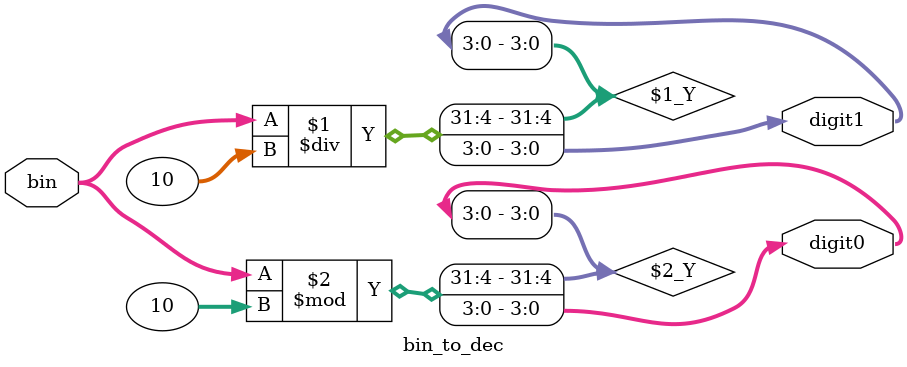
<source format=v>
`timescale 1ns / 1ps


module bin_to_dec(
    input [4:0]bin,
    output [3:0]digit1,
    output [3:0]digit0
    );
    
    assign digit1 = bin / 10;
    assign digit0 = bin % 10;
     
     
endmodule

</source>
